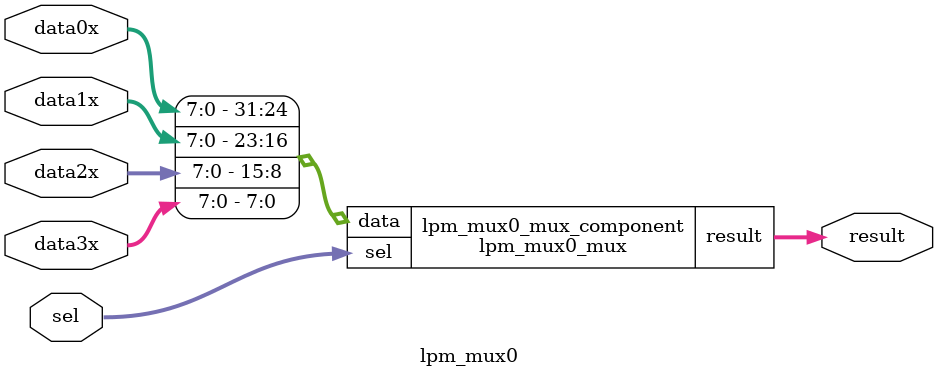
<source format=v>
module lpm_mux0_mux(	// /tmp/tmp.TXrsKZjiJX/30175_gdou-curriculum-design-collect_数学与计算机学院_软工_大二下_硬件工程实践_はちみ_cpu_8_register_8_lpm_mux0_syn.cleaned.mlir:2:3
  input  [31:0] data,	// /tmp/tmp.TXrsKZjiJX/30175_gdou-curriculum-design-collect_数学与计算机学院_软工_大二下_硬件工程实践_はちみ_cpu_8_register_8_lpm_mux0_syn.cleaned.mlir:2:38
  input  [1:0]  sel,	// /tmp/tmp.TXrsKZjiJX/30175_gdou-curriculum-design-collect_数学与计算机学院_软工_大二下_硬件工程实践_はちみ_cpu_8_register_8_lpm_mux0_syn.cleaned.mlir:2:54
  output [7:0]  result	// /tmp/tmp.TXrsKZjiJX/30175_gdou-curriculum-design-collect_数学与计算机学院_软工_大二下_硬件工程实践_はちみ_cpu_8_register_8_lpm_mux0_syn.cleaned.mlir:2:69
);

  wire _sel_0;	// /tmp/tmp.TXrsKZjiJX/30175_gdou-curriculum-design-collect_数学与计算机学院_软工_大二下_硬件工程实践_はちみ_cpu_8_register_8_lpm_mux0_syn.cleaned.mlir:63:11
  wire _sel_1;	// /tmp/tmp.TXrsKZjiJX/30175_gdou-curriculum-design-collect_数学与计算机学院_软工_大二下_硬件工程实践_はちみ_cpu_8_register_8_lpm_mux0_syn.cleaned.mlir:62:11
  wire _GEN = _sel_0 === 1'h1;	// /tmp/tmp.TXrsKZjiJX/30175_gdou-curriculum-design-collect_数学与计算机学院_软工_大二下_硬件工程实践_はちみ_cpu_8_register_8_lpm_mux0_syn.cleaned.mlir:3:13, :4:10, :63:11
  wire _GEN_0 = _sel_1 === 1'h1;	// /tmp/tmp.TXrsKZjiJX/30175_gdou-curriculum-design-collect_数学与计算机学院_软工_大二下_硬件工程实践_はちみ_cpu_8_register_8_lpm_mux0_syn.cleaned.mlir:3:13, :53:11, :62:11
  assign _sel_1 = sel[1];	// /tmp/tmp.TXrsKZjiJX/30175_gdou-curriculum-design-collect_数学与计算机学院_软工_大二下_硬件工程实践_はちみ_cpu_8_register_8_lpm_mux0_syn.cleaned.mlir:62:11
  assign _sel_0 = sel[0];	// /tmp/tmp.TXrsKZjiJX/30175_gdou-curriculum-design-collect_数学与计算机学院_软工_大二下_硬件工程实践_はちみ_cpu_8_register_8_lpm_mux0_syn.cleaned.mlir:63:11
  assign result =
    {_GEN_0 ? (_GEN ? data[31] : data[23]) : _GEN ? data[15] : data[7],
     _GEN_0 ? (_GEN ? data[30] : data[22]) : _GEN ? data[14] : data[6],
     _GEN_0 ? (_GEN ? data[29] : data[21]) : _GEN ? data[13] : data[5],
     _GEN_0 ? (_GEN ? data[28] : data[20]) : _GEN ? data[12] : data[4],
     _GEN_0 ? (_GEN ? data[27] : data[19]) : _GEN ? data[11] : data[3],
     _GEN_0 ? (_GEN ? data[26] : data[18]) : _GEN ? data[10] : data[2],
     _GEN_0 ? (_GEN ? data[25] : data[17]) : _GEN ? data[9] : data[1],
     _GEN_0 ? (_GEN ? data[24] : data[16]) : _GEN ? data[8] : data[0]};	// /tmp/tmp.TXrsKZjiJX/30175_gdou-curriculum-design-collect_数学与计算机学院_软工_大二下_硬件工程实践_はちみ_cpu_8_register_8_lpm_mux0_syn.cleaned.mlir:4:10, :5:10, :6:10, :7:10, :8:10, :9:10, :10:10, :11:10, :12:10, :13:10, :14:11, :15:11, :16:11, :17:11, :18:11, :19:11, :20:11, :21:11, :22:11, :23:11, :24:11, :25:11, :26:11, :27:11, :28:11, :29:11, :30:11, :31:11, :32:11, :33:11, :34:11, :35:11, :36:11, :37:11, :38:11, :39:11, :40:11, :41:11, :42:11, :43:11, :44:11, :45:11, :46:11, :47:11, :48:11, :49:11, :50:11, :51:11, :52:11, :53:11, :54:11, :55:11, :56:11, :57:11, :58:11, :59:11, :60:11, :61:11, :64:11, :65:5
endmodule

module lpm_mux0(	// /tmp/tmp.TXrsKZjiJX/30175_gdou-curriculum-design-collect_数学与计算机学院_软工_大二下_硬件工程实践_はちみ_cpu_8_register_8_lpm_mux0_syn.cleaned.mlir:67:3
  input  [7:0] data0x,	// /tmp/tmp.TXrsKZjiJX/30175_gdou-curriculum-design-collect_数学与计算机学院_软工_大二下_硬件工程实践_はちみ_cpu_8_register_8_lpm_mux0_syn.cleaned.mlir:67:26
               data1x,	// /tmp/tmp.TXrsKZjiJX/30175_gdou-curriculum-design-collect_数学与计算机学院_软工_大二下_硬件工程实践_はちみ_cpu_8_register_8_lpm_mux0_syn.cleaned.mlir:67:43
               data2x,	// /tmp/tmp.TXrsKZjiJX/30175_gdou-curriculum-design-collect_数学与计算机学院_软工_大二下_硬件工程实践_はちみ_cpu_8_register_8_lpm_mux0_syn.cleaned.mlir:67:60
               data3x,	// /tmp/tmp.TXrsKZjiJX/30175_gdou-curriculum-design-collect_数学与计算机学院_软工_大二下_硬件工程实践_はちみ_cpu_8_register_8_lpm_mux0_syn.cleaned.mlir:67:77
  input  [1:0] sel,	// /tmp/tmp.TXrsKZjiJX/30175_gdou-curriculum-design-collect_数学与计算机学院_软工_大二下_硬件工程实践_はちみ_cpu_8_register_8_lpm_mux0_syn.cleaned.mlir:67:94
  output [7:0] result	// /tmp/tmp.TXrsKZjiJX/30175_gdou-curriculum-design-collect_数学与计算机学院_软工_大二下_硬件工程实践_はちみ_cpu_8_register_8_lpm_mux0_syn.cleaned.mlir:67:109
);

  lpm_mux0_mux lpm_mux0_mux_component (	// /tmp/tmp.TXrsKZjiJX/30175_gdou-curriculum-design-collect_数学与计算机学院_软工_大二下_硬件工程实践_はちみ_cpu_8_register_8_lpm_mux0_syn.cleaned.mlir:69:38
    .data   ({data0x, data1x, data2x, data3x}),	// /tmp/tmp.TXrsKZjiJX/30175_gdou-curriculum-design-collect_数学与计算机学院_软工_大二下_硬件工程实践_はちみ_cpu_8_register_8_lpm_mux0_syn.cleaned.mlir:68:10
    .sel    (sel),
    .result (result)
  );	// /tmp/tmp.TXrsKZjiJX/30175_gdou-curriculum-design-collect_数学与计算机学院_软工_大二下_硬件工程实践_はちみ_cpu_8_register_8_lpm_mux0_syn.cleaned.mlir:69:38
endmodule


</source>
